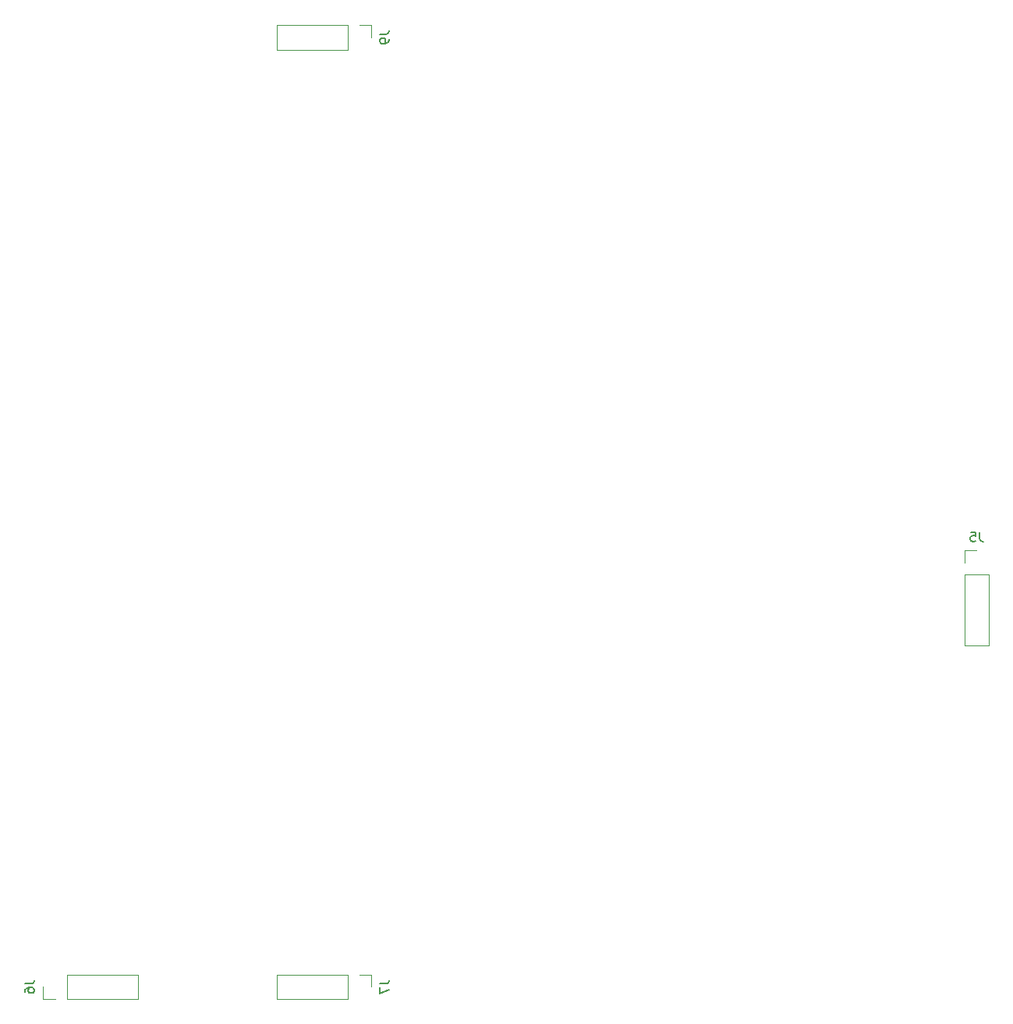
<source format=gbr>
%TF.GenerationSoftware,KiCad,Pcbnew,(6.0.4-0)*%
%TF.CreationDate,2024-05-14T18:17:28+10:00*%
%TF.ProjectId,RS232,52533233-322e-46b6-9963-61645f706362,rev?*%
%TF.SameCoordinates,Original*%
%TF.FileFunction,Legend,Bot*%
%TF.FilePolarity,Positive*%
%FSLAX46Y46*%
G04 Gerber Fmt 4.6, Leading zero omitted, Abs format (unit mm)*
G04 Created by KiCad (PCBNEW (6.0.4-0)) date 2024-05-14 18:17:28*
%MOMM*%
%LPD*%
G01*
G04 APERTURE LIST*
%ADD10C,0.150000*%
%ADD11C,0.120000*%
G04 APERTURE END LIST*
D10*
%TO.C,J6*%
X46682380Y-127666666D02*
X47396666Y-127666666D01*
X47539523Y-127619047D01*
X47634761Y-127523809D01*
X47682380Y-127380952D01*
X47682380Y-127285714D01*
X46682380Y-128571428D02*
X46682380Y-128380952D01*
X46730000Y-128285714D01*
X46777619Y-128238095D01*
X46920476Y-128142857D01*
X47110952Y-128095238D01*
X47491904Y-128095238D01*
X47587142Y-128142857D01*
X47634761Y-128190476D01*
X47682380Y-128285714D01*
X47682380Y-128476190D01*
X47634761Y-128571428D01*
X47587142Y-128619047D01*
X47491904Y-128666666D01*
X47253809Y-128666666D01*
X47158571Y-128619047D01*
X47110952Y-128571428D01*
X47063333Y-128476190D01*
X47063333Y-128285714D01*
X47110952Y-128190476D01*
X47158571Y-128142857D01*
X47253809Y-128095238D01*
%TO.C,J7*%
X85222380Y-127666666D02*
X85936666Y-127666666D01*
X86079523Y-127619047D01*
X86174761Y-127523809D01*
X86222380Y-127380952D01*
X86222380Y-127285714D01*
X85222380Y-128047619D02*
X85222380Y-128714285D01*
X86222380Y-128285714D01*
%TO.C,J9*%
X85222380Y-24666666D02*
X85936666Y-24666666D01*
X86079523Y-24619047D01*
X86174761Y-24523809D01*
X86222380Y-24380952D01*
X86222380Y-24285714D01*
X86222380Y-25190476D02*
X86222380Y-25380952D01*
X86174761Y-25476190D01*
X86127142Y-25523809D01*
X85984285Y-25619047D01*
X85793809Y-25666666D01*
X85412857Y-25666666D01*
X85317619Y-25619047D01*
X85270000Y-25571428D01*
X85222380Y-25476190D01*
X85222380Y-25285714D01*
X85270000Y-25190476D01*
X85317619Y-25142857D01*
X85412857Y-25095238D01*
X85650952Y-25095238D01*
X85746190Y-25142857D01*
X85793809Y-25190476D01*
X85841428Y-25285714D01*
X85841428Y-25476190D01*
X85793809Y-25571428D01*
X85746190Y-25619047D01*
X85650952Y-25666666D01*
%TO.C,J5*%
X150348333Y-78682380D02*
X150348333Y-79396666D01*
X150395952Y-79539523D01*
X150491190Y-79634761D01*
X150634047Y-79682380D01*
X150729285Y-79682380D01*
X149395952Y-78682380D02*
X149872142Y-78682380D01*
X149919761Y-79158571D01*
X149872142Y-79110952D01*
X149776904Y-79063333D01*
X149538809Y-79063333D01*
X149443571Y-79110952D01*
X149395952Y-79158571D01*
X149348333Y-79253809D01*
X149348333Y-79491904D01*
X149395952Y-79587142D01*
X149443571Y-79634761D01*
X149538809Y-79682380D01*
X149776904Y-79682380D01*
X149872142Y-79634761D01*
X149919761Y-79587142D01*
D11*
%TO.C,J6*%
X58950000Y-126670000D02*
X58950000Y-129330000D01*
X51270000Y-129330000D02*
X58950000Y-129330000D01*
X48670000Y-128000000D02*
X48670000Y-129330000D01*
X51270000Y-126670000D02*
X51270000Y-129330000D01*
X48670000Y-129330000D02*
X50000000Y-129330000D01*
X51270000Y-126670000D02*
X58950000Y-126670000D01*
%TO.C,J7*%
X74050000Y-129330000D02*
X74050000Y-126670000D01*
X81730000Y-126670000D02*
X74050000Y-126670000D01*
X81730000Y-129330000D02*
X74050000Y-129330000D01*
X81730000Y-129330000D02*
X81730000Y-126670000D01*
X84330000Y-126670000D02*
X83000000Y-126670000D01*
X84330000Y-128000000D02*
X84330000Y-126670000D01*
%TO.C,J9*%
X81730000Y-23670000D02*
X74050000Y-23670000D01*
X74050000Y-26330000D02*
X74050000Y-23670000D01*
X84330000Y-23670000D02*
X83000000Y-23670000D01*
X84330000Y-25000000D02*
X84330000Y-23670000D01*
X81730000Y-26330000D02*
X81730000Y-23670000D01*
X81730000Y-26330000D02*
X74050000Y-26330000D01*
%TO.C,J5*%
X151345000Y-83270000D02*
X148685000Y-83270000D01*
X150015000Y-80670000D02*
X148685000Y-80670000D01*
X148685000Y-83270000D02*
X148685000Y-90950000D01*
X151345000Y-90950000D02*
X148685000Y-90950000D01*
X151345000Y-83270000D02*
X151345000Y-90950000D01*
X148685000Y-80670000D02*
X148685000Y-82000000D01*
%TD*%
M02*

</source>
